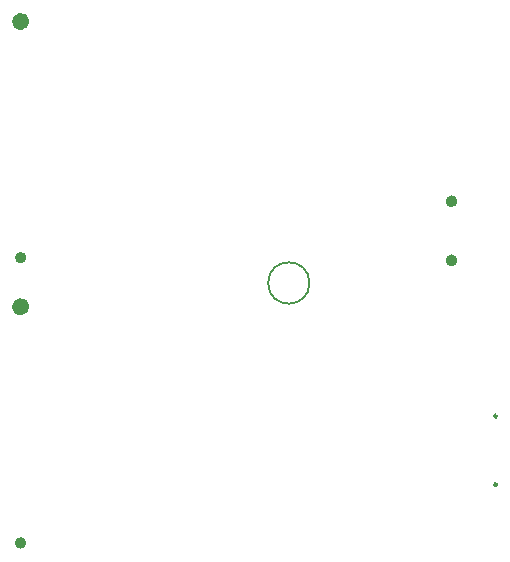
<source format=gbr>
%TF.GenerationSoftware,KiCad,Pcbnew,6.0.11-2627ca5db0~126~ubuntu22.04.1*%
%TF.CreationDate,2023-05-15T07:50:27+07:00*%
%TF.ProjectId,MiSTeX-Pmod,4d695354-6558-42d5-906d-6f642e6b6963,rev?*%
%TF.SameCoordinates,Original*%
%TF.FileFunction,Other,Comment*%
%FSLAX46Y46*%
G04 Gerber Fmt 4.6, Leading zero omitted, Abs format (unit mm)*
G04 Created by KiCad (PCBNEW 6.0.11-2627ca5db0~126~ubuntu22.04.1) date 2023-05-15 07:50:27*
%MOMM*%
%LPD*%
G01*
G04 APERTURE LIST*
%ADD10C,0.480000*%
%ADD11C,0.720000*%
%ADD12C,0.500000*%
%ADD13C,0.250000*%
%ADD14C,0.150000*%
G04 APERTURE END LIST*
D10*
%TO.C,CN2*%
X132360100Y-94182400D02*
G75*
G03*
X132360100Y-94182400I-240000J0D01*
G01*
D11*
X132480100Y-74182400D02*
G75*
G03*
X132480100Y-74182400I-360000J0D01*
G01*
D12*
%TO.C,J2*%
X168848600Y-89409400D02*
G75*
G03*
X168848600Y-89409400I-250000J0D01*
G01*
X168848600Y-94409400D02*
G75*
G03*
X168848600Y-94409400I-250000J0D01*
G01*
D13*
%TO.C,J5*%
X172449000Y-113394000D02*
G75*
G03*
X172449000Y-113394000I-120000J0D01*
G01*
X172449000Y-107594000D02*
G75*
G03*
X172449000Y-107594000I-120000J0D01*
G01*
D10*
%TO.C,CN1*%
X132360100Y-118332400D02*
G75*
G03*
X132360100Y-118332400I-240000J0D01*
G01*
D11*
X132480100Y-98332400D02*
G75*
G03*
X132480100Y-98332400I-360000J0D01*
G01*
D14*
%TO.C,H1*%
X156570100Y-96322400D02*
G75*
G03*
X156570100Y-96322400I-1750000J0D01*
G01*
%TD*%
M02*

</source>
